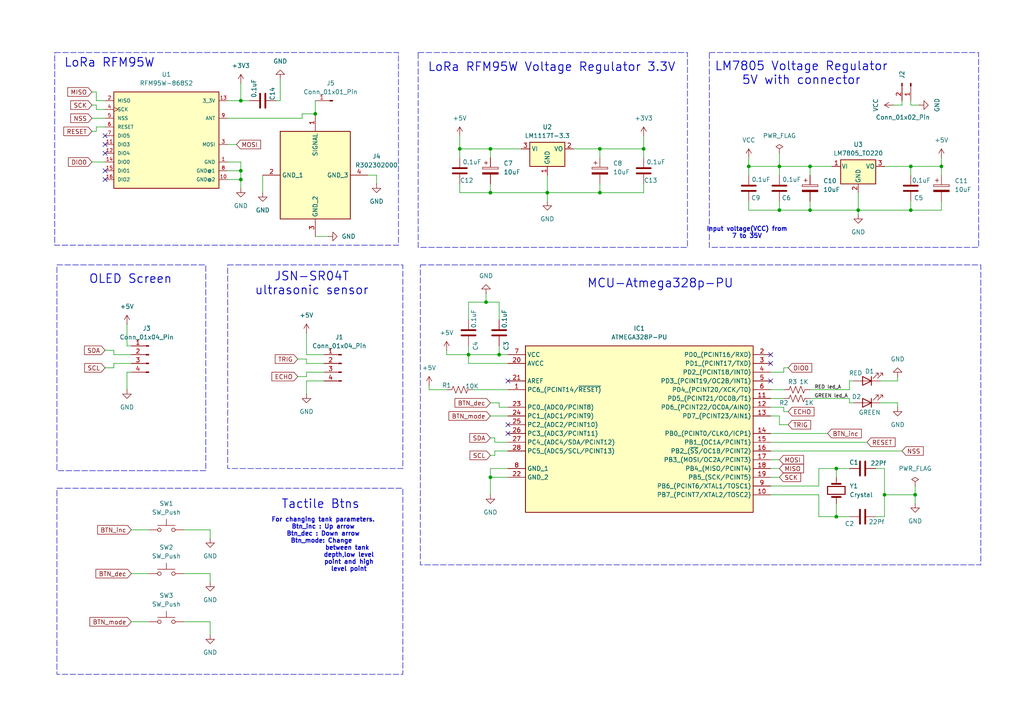
<source format=kicad_sch>
(kicad_sch (version 20250114) (generator "eeschema") (generator_version "9.0")
  (paper "A4")
  (title_block (title "Tank side Control Unit") (date "2025-11-05") (rev "1.0") (company "Axion"))
  (lib_symbols
    (symbol "Connector:Conn_01x01_Pin" (pin_names (offset 1.016) (hide yes))
      (property "Reference" "J" (at 0 2.54 0))
      (property "Value" "Conn_01x01_Pin" (at 0 -2.54 0))
      (symbol "Conn_01x01_Pin_1_1"
        (rectangle (start 0.8636 0.127) (end 0 -0.127) (stroke (width 0.1524)) (fill (type outline)))
        (polyline (pts (xy 1.27 0) (xy 0.8636 0)) (stroke (width 0.1524)))
        (pin passive line (at 5.08 0 180) (length 3.81) (name "Pin_1") (number "1"))
      )
    )
    (symbol "Connector:Conn_01x02_Pin" (pin_names (offset 1.016) (hide yes))
      (property "Reference" "J" (at 0 2.54 0))
      (property "Value" "Conn_01x02_Pin" (at 0 -5.08 0))
      (symbol "Conn_01x02_Pin_1_1"
        (rectangle (start 0.8636 0.127) (end 0 -0.127) (stroke (width 0.1524)) (fill (type outline)))
        (rectangle (start 0.8636 -2.413) (end 0 -2.667) (stroke (width 0.1524)) (fill (type outline)))
        (polyline (pts (xy 1.27 0) (xy 0.8636 0)) (stroke (width 0.1524)))
        (polyline (pts (xy 1.27 -2.54) (xy 0.8636 -2.54)) (stroke (width 0.1524)))
        (pin passive line (at 5.08 0 180) (length 3.81) (name "Pin_1") (number "1"))
        (pin passive line (at 5.08 -2.54 180) (length 3.81) (name "Pin_2") (number "2"))
      )
    )
    (symbol "Connector:Conn_01x04_Pin" (pin_names (offset 1.016) (hide yes))
      (property "Reference" "J" (at 0 5.08 0))
      (property "Value" "Conn_01x04_Pin" (at 0 -7.62 0))
      (symbol "Conn_01x04_Pin_1_1"
        (rectangle (start 0.8636 2.667) (end 0 2.413) (stroke (width 0.1524)) (fill (type outline)))
        (rectangle (start 0.8636 0.127) (end 0 -0.127) (stroke (width 0.1524)) (fill (type outline)))
        (rectangle (start 0.8636 -2.413) (end 0 -2.667) (stroke (width 0.1524)) (fill (type outline)))
        (rectangle (start 0.8636 -4.953) (end 0 -5.207) (stroke (width 0.1524)) (fill (type outline)))
        (polyline (pts (xy 1.27 2.54) (xy 0.8636 2.54)) (stroke (width 0.1524)))
        (polyline (pts (xy 1.27 0) (xy 0.8636 0)) (stroke (width 0.1524)))
        (polyline (pts (xy 1.27 -2.54) (xy 0.8636 -2.54)) (stroke (width 0.1524)))
        (polyline (pts (xy 1.27 -5.08) (xy 0.8636 -5.08)) (stroke (width 0.1524)))
        (pin passive line (at 5.08 2.54 180) (length 3.81) (name "Pin_1") (number "1"))
        (pin passive line (at 5.08 0 180) (length 3.81) (name "Pin_2") (number "2"))
        (pin passive line (at 5.08 -2.54 180) (length 3.81) (name "Pin_3") (number "3"))
        (pin passive line (at 5.08 -5.08 180) (length 3.81) (name "Pin_4") (number "4"))
      )
    )
    (symbol "Device:C" (pin_numbers (hide yes)) (pin_names (offset 0.254))
      (property "Reference" "C" (at 0.635 2.54 0))
      (property "Value" "C" (at 0.635 -2.54 0))
      (symbol "C_0_1"
        (polyline (pts (xy -2.032 0.762) (xy 2.032 0.762)) (stroke (width 0.508)))
        (polyline (pts (xy -2.032 -0.762) (xy 2.032 -0.762)) (stroke (width 0.508)))
      )
      (symbol "C_1_1"
        (pin passive line (at 0 3.81 270) (length 2.794) (name "~") (number "1"))
        (pin passive line (at 0 -3.81 90) (length 2.794) (name "~") (number "2"))
      )
    )
    (symbol "Device:C_Polarized" (pin_numbers (hide yes)) (pin_names (offset 0.254))
      (property "Reference" "C" (at 0.635 2.54 0))
      (property "Value" "C_Polarized" (at 0.635 -2.54 0))
      (symbol "C_Polarized_0_1"
        (rectangle (start -2.286 0.508) (end 2.286 1.016))
        (polyline (pts (xy -1.778 2.286) (xy -0.762 2.286)))
        (polyline (pts (xy -1.27 2.794) (xy -1.27 1.778)))
        (rectangle (start 2.286 -0.508) (end -2.286 -1.016) (fill (type outline)))
      )
      (symbol "C_Polarized_1_1"
        (pin passive line (at 0 3.81 270) (length 2.794) (name "~") (number "1"))
        (pin passive line (at 0 -3.81 90) (length 2.794) (name "~") (number "2"))
      )
    )
    (symbol "Device:Crystal" (pin_numbers (hide yes)) (pin_names (offset 1.016) (hide yes))
      (property "Reference" "Y" (at 0 3.81 0))
      (property "Value" "Crystal" (at 0 -3.81 0))
      (symbol "Crystal_0_1"
        (polyline (pts (xy -2.54 0) (xy -1.905 0)))
        (polyline (pts (xy -1.905 -1.27) (xy -1.905 1.27)) (stroke (width 0.508)))
        (rectangle (start -1.143 2.54) (end 1.143 -2.54) (stroke (width 0.3048)))
        (polyline (pts (xy 1.905 -1.27) (xy 1.905 1.27)) (stroke (width 0.508)))
        (polyline (pts (xy 2.54 0) (xy 1.905 0)))
      )
      (symbol "Crystal_1_1"
        (pin passive line (at -3.81 0 0) (length 1.27) (name "1") (number "1"))
        (pin passive line (at 3.81 0 180) (length 1.27) (name "2") (number "2"))
      )
    )
    (symbol "Device:LED" (pin_numbers (hide yes)) (pin_names (offset 1.016) (hide yes))
      (property "Reference" "D" (at 0 2.54 0))
      (property "Value" "LED" (at 0 -2.54 0))
      (symbol "LED_0_1"
        (polyline (pts (xy -3.048 -0.762) (xy -4.572 -2.286) (xy -3.81 -2.286) (xy -4.572 -2.286) (xy -4.572 -1.524)))
        (polyline (pts (xy -1.778 -0.762) (xy -3.302 -2.286) (xy -2.54 -2.286) (xy -3.302 -2.286) (xy -3.302 -1.524)))
        (polyline (pts (xy -1.27 0) (xy 1.27 0)))
        (polyline (pts (xy -1.27 -1.27) (xy -1.27 1.27)) (stroke (width 0.254)))
        (polyline (pts (xy 1.27 -1.27) (xy 1.27 1.27) (xy -1.27 0) (xy 1.27 -1.27)) (stroke (width 0.254)))
      )
      (symbol "LED_1_1"
        (pin passive line (at -3.81 0 0) (length 2.54) (name "K") (number "1"))
        (pin passive line (at 3.81 0 180) (length 2.54) (name "A") (number "2"))
      )
    )
    (symbol "Device:R_US" (pin_numbers (hide yes)) (pin_names (offset 0))
      (property "Reference" "R" (at 2.54 0 90))
      (property "Value" "R_US" (at -2.54 0 90))
      (symbol "R_US_0_1"
        (polyline (pts (xy 0 2.286) (xy 0 2.54)))
        (polyline (pts (xy 0 2.286) (xy 1.016 1.905) (xy 0 1.524) (xy -1.016 1.143) (xy 0 0.762)))
        (polyline (pts (xy 0 0.762) (xy 1.016 0.381) (xy 0 0) (xy -1.016 -0.381) (xy 0 -0.762)))
        (polyline (pts (xy 0 -0.762) (xy 1.016 -1.143) (xy 0 -1.524) (xy -1.016 -1.905) (xy 0 -2.286)))
        (polyline (pts (xy 0 -2.286) (xy 0 -2.54)))
      )
      (symbol "R_US_1_1"
        (pin passive line (at 0 3.81 270) (length 1.27) (name "~") (number "1"))
        (pin passive line (at 0 -3.81 90) (length 1.27) (name "~") (number "2"))
      )
    )
    (symbol "RFM95W-868S2:RFM95W-868S2" (pin_names (offset 1.016))
      (property "Reference" "U" (at -15.2563 13.9849 0))
      (property "Value" "RFM95W-868S2" (at -15.265 -17.8092 0))
      (symbol "RFM95W-868S2_0_0"
        (rectangle (start -15.24 -15.24) (end 15.24 12.7) (stroke (width 0.254)) (fill (type background)))
        (pin input line (at -17.78 10.16 0) (length 2.54) (name "MISO") (number "2"))
        (pin input clock (at -17.78 7.62 0) (length 2.54) (name "SCK") (number "4"))
        (pin input line (at -17.78 5.08 0) (length 2.54) (name "NSS") (number "5"))
        (pin bidirectional line (at -17.78 2.54 0) (length 2.54) (name "RESET") (number "6"))
        (pin bidirectional line (at -17.78 0 0) (length 2.54) (name "DIO5") (number "7"))
        (pin bidirectional line (at -17.78 -2.54 0) (length 2.54) (name "DIO3") (number "11"))
        (pin bidirectional line (at -17.78 -5.08 0) (length 2.54) (name "DIO4") (number "12"))
        (pin bidirectional line (at -17.78 -7.62 0) (length 2.54) (name "DIO0") (number "14"))
        (pin bidirectional line (at -17.78 -10.16 0) (length 2.54) (name "DIO1") (number "15"))
        (pin bidirectional line (at -17.78 -12.7 0) (length 2.54) (name "DIO2") (number "16"))
        (pin power_in line (at 17.78 10.16 180) (length 2.54) (name "3_3V") (number "13"))
        (pin passive line (at 17.78 5.08 180) (length 2.54) (name "ANT") (number "9"))
        (pin output line (at 17.78 -2.54 180) (length 2.54) (name "MOSI") (number "3"))
        (pin power_in line (at 17.78 -7.62 180) (length 2.54) (name "GND") (number "1"))
        (pin power_in line (at 17.78 -10.16 180) (length 2.54) (name "GND@1") (number "8"))
        (pin power_in line (at 17.78 -12.7 180) (length 2.54) (name "GND@2") (number "10"))
      )
    )
    (symbol "Regulator_Linear:LM1117T-3.3"
      (property "Reference" "U" (at -3.81 3.175 0))
      (property "Value" "LM1117T-3.3" (at 0 3.175 0))
      (symbol "LM1117T-3.3_0_1"
        (rectangle (start -5.08 -5.08) (end 5.08 1.905) (stroke (width 0.254)) (fill (type background)))
      )
      (symbol "LM1117T-3.3_1_1"
        (pin power_in line (at -7.62 0 0) (length 2.54) (name "VI") (number "3"))
        (pin power_in line (at 0 -7.62 90) (length 2.54) (name "GND") (number "1"))
        (pin power_out line (at 7.62 0 180) (length 2.54) (name "VO") (number "2"))
      )
    )
    (symbol "Regulator_Linear:LM7805_TO220" (pin_names (offset 0.254))
      (property "Reference" "U" (at -3.81 3.175 0))
      (property "Value" "LM7805_TO220" (at 0 3.175 0))
      (symbol "LM7805_TO220_0_1"
        (rectangle (start -5.08 1.905) (end 5.08 -5.08) (stroke (width 0.254)) (fill (type background)))
      )
      (symbol "LM7805_TO220_1_1"
        (pin power_in line (at -7.62 0 0) (length 2.54) (name "VI") (number "1"))
        (pin power_in line (at 0 -7.62 90) (length 2.54) (name "GND") (number "2"))
        (pin power_out line (at 7.62 0 180) (length 2.54) (name "VO") (number "3"))
      )
    )
    (symbol "SamacSys_Parts:ATMEGA328P-PU"
      (property "Reference" "IC" (at 72.39 7.62 0))
      (property "Value" "ATMEGA328P-PU" (at 72.39 5.08 0))
      (symbol "ATMEGA328P-PU_1_1"
        (rectangle (start 5.08 2.54) (end 71.12 -45.72) (stroke (width 0.254)) (fill (type background)))
        (pin passive line (at 0 0 0) (length 5.08) (name "VCC") (number "7"))
        (pin passive line (at 0 -2.54 0) (length 5.08) (name "AVCC") (number "20"))
        (pin passive line (at 0 -7.62 0) (length 5.08) (name "AREF") (number "21"))
        (pin passive line (at 0 -10.16 0) (length 5.08) (name "PC6_(PCINT14/~{RESET)}") (number "1"))
        (pin passive line (at 0 -15.24 0) (length 5.08) (name "PC0_(ADC0/PCINT8)") (number "23"))
        (pin passive line (at 0 -17.78 0) (length 5.08) (name "PC1_(ADC1/PCINT9)") (number "24"))
        (pin passive line (at 0 -20.32 0) (length 5.08) (name "PC2_(ADC2/PCINT10)") (number "25"))
        (pin passive line (at 0 -22.86 0) (length 5.08) (name "PC3_(ADC3/PCINT11)") (number "26"))
        (pin passive line (at 0 -25.4 0) (length 5.08) (name "PC4_(ADC4/SDA/PCINT12)") (number "27"))
        (pin passive line (at 0 -27.94 0) (length 5.08) (name "PC5_(ADC5/SCL/PCINT13)") (number "28"))
        (pin passive line (at 0 -33.02 0) (length 5.08) (name "GND_1") (number "8"))
        (pin passive line (at 0 -35.56 0) (length 5.08) (name "GND_2") (number "22"))
        (pin passive line (at 76.2 0 180) (length 5.08) (name "PD0_(PCINT16/RXD)") (number "2"))
        (pin passive line (at 76.2 -2.54 180) (length 5.08) (name "PD1_(PCINT17/TXD)") (number "3"))
        (pin passive line (at 76.2 -5.08 180) (length 5.08) (name "PD2_(PCINT18/INT0)") (number "4"))
        (pin passive line (at 76.2 -7.62 180) (length 5.08) (name "PD3_(PCINT19/OC2B/INT1)") (number "5"))
        (pin passive line (at 76.2 -10.16 180) (length 5.08) (name "PD4_(PCINT20/XCK/T0)") (number "6"))
        (pin passive line (at 76.2 -12.7 180) (length 5.08) (name "PD5_(PCINT21/OC0B/T1)") (number "11"))
        (pin passive line (at 76.2 -15.24 180) (length 5.08) (name "PD6_(PCINT22/OC0A/AIN0)") (number "12"))
        (pin passive line (at 76.2 -17.78 180) (length 5.08) (name "PD7_(PCINT23/AIN1)") (number "13"))
        (pin passive line (at 76.2 -22.86 180) (length 5.08) (name "PB0_(PCINT0/CLKO/ICP1)") (number "14"))
        (pin passive line (at 76.2 -25.4 180) (length 5.08) (name "PB1_(OC1A/PCINT1)") (number "15"))
        (pin passive line (at 76.2 -27.94 180) (length 5.08) (name "PB2_(~{SS}/OC1B/PCINT2)") (number "16"))
        (pin passive line (at 76.2 -30.48 180) (length 5.08) (name "PB3_(MOSI/OC2A/PCINT3)") (number "17"))
        (pin passive line (at 76.2 -33.02 180) (length 5.08) (name "PB4_(MISO/PCINT4)") (number "18"))
        (pin passive line (at 76.2 -35.56 180) (length 5.08) (name "PB5_(SCK/PCINT5)") (number "19"))
        (pin passive line (at 76.2 -38.1 180) (length 5.08) (name "PB6_(PCINT6/XTAL1/TOSC1)") (number "9"))
        (pin passive line (at 76.2 -40.64 180) (length 5.08) (name "PB7_(PCINT7/XTAL2/TOSC2)") (number "10"))
      )
    )
    (symbol "SamacSys_Parts:R302302000"
      (property "Reference" "J" (at 26.67 17.78 0))
      (property "Value" "R302302000" (at 26.67 15.24 0))
      (symbol "R302302000_1_1"
        (rectangle (start 5.08 12.7) (end 25.4 -12.7) (stroke (width 0.254)) (fill (type background)))
        (pin passive line (at 0 0 0) (length 5.08) (name "GND_3") (number "4"))
        (pin passive line (at 15.24 17.78 270) (length 5.08) (name "GND_2") (number "3"))
        (pin passive line (at 15.24 -17.78 90) (length 5.08) (name "SIGNAL") (number "1"))
        (pin passive line (at 30.48 0 180) (length 5.08) (name "GND_1") (number "2"))
      )
    )
    (symbol "Switch:SW_Push" (pin_numbers (hide yes)) (pin_names (offset 1.016) (hide yes))
      (property "Reference" "SW" (at 1.27 2.54 0))
      (property "Value" "SW_Push" (at 0 -1.524 0))
      (symbol "SW_Push_0_1"
        (circle (center -2.032 0) (radius 0.508))
        (polyline (pts (xy 0 1.27) (xy 0 3.048)))
        (circle (center 2.032 0) (radius 0.508))
        (polyline (pts (xy 2.54 1.27) (xy -2.54 1.27)))
        (pin passive line (at -5.08 0 0) (length 2.54) (name "1") (number "1"))
        (pin passive line (at 5.08 0 180) (length 2.54) (name "2") (number "2"))
      )
    )
    (symbol "power:+3V3" (power) (pin_numbers (hide yes)) (pin_names (offset 0) (hide yes))
      (property "Value" "+3V3" (at 0 3.556 0))
      (symbol "+3V3_0_1"
        (polyline (pts (xy -0.762 1.27) (xy 0 2.54)))
        (polyline (pts (xy 0 2.54) (xy 0.762 1.27)))
        (polyline (pts (xy 0 0) (xy 0 2.54)))
      )
      (symbol "+3V3_1_1"
        (pin power_in line (at 0 0 90) (length 0) (name "~") (number "1"))
      )
    )
    (symbol "power:+5V" (power) (pin_numbers (hide yes)) (pin_names (offset 0) (hide yes))
      (property "Value" "+5V" (at 0 3.556 0))
      (symbol "+5V_0_1"
        (polyline (pts (xy -0.762 1.27) (xy 0 2.54)))
        (polyline (pts (xy 0 2.54) (xy 0.762 1.27)))
        (polyline (pts (xy 0 0) (xy 0 2.54)))
      )
      (symbol "+5V_1_1"
        (pin power_in line (at 0 0 90) (length 0) (name "~") (number "1"))
      )
    )
    (symbol "power:GND" (power) (pin_numbers (hide yes)) (pin_names (offset 0) (hide yes))
      (property "Value" "GND" (at 0 -3.81 0))
      (symbol "GND_0_1"
        (polyline (pts (xy 0 0) (xy 0 -1.27) (xy 1.27 -1.27) (xy 0 -2.54) (xy -1.27 -1.27) (xy 0 -1.27)))
      )
      (symbol "GND_1_1"
        (pin power_in line (at 0 0 270) (length 0) (name "~") (number "1"))
      )
    )
    (symbol "power:PWR_FLAG" (power) (pin_numbers (hide yes)) (pin_names (offset 0) (hide yes))
      (property "Value" "PWR_FLAG" (at 0 3.81 0))
      (symbol "PWR_FLAG_0_0"
        (pin power_out line (at 0 0 90) (length 0) (name "~") (number "1"))
      )
      (symbol "PWR_FLAG_0_1"
        (polyline (pts (xy 0 0) (xy 0 1.27) (xy -1.016 1.905) (xy 0 2.54) (xy 1.016 1.905) (xy 0 1.27)))
      )
    )
    (symbol "power:VCC" (power) (pin_numbers (hide yes)) (pin_names (offset 0) (hide yes))
      (property "Value" "VCC" (at 0 3.556 0))
      (symbol "VCC_0_1"
        (polyline (pts (xy -0.762 1.27) (xy 0 2.54)))
        (polyline (pts (xy 0 2.54) (xy 0.762 1.27)))
        (polyline (pts (xy 0 0) (xy 0 2.54)))
      )
      (symbol "VCC_1_1"
        (pin power_in line (at 0 0 90) (length 0) (name "~") (number "1"))
      )
    )
  )
  (rectangle (start 121.92 76.835) (end 284.48 163.83) (stroke (width 0) (type dash)))
  (rectangle (start 121.285 15.24) (end 199.39 71.755) (stroke (width 0) (type dash)))
  (rectangle (start 15.875 15.24) (end 115.57 71.12) (stroke (width 0) (type dash)))
  (rectangle (start 205.74 15.24) (end 283.845 71.755) (stroke (width 0) (type dash)))
  (rectangle (start 16.51 141.605) (end 116.84 195.58) (stroke (width 0) (type dash)))
  (rectangle (start 16.51 76.835) (end 59.69 136.525) (stroke (width 0) (type dash)))
  (rectangle (start 66.04 76.835) (end 116.84 135.89) (stroke (width 0) (type dash)))
  (text "For changing tank parameters.\nBtn_inc : Up arrow\nBtn_dec : Down arrow\nBtn_mode: Change \n			between tank \n			depth,low level\n			point and high\n			level point" (at 93.726 157.988 0) (effects (font (size 1.27 1.27) (thickness 0.254) (bold yes))))
  (text "OLED Screen" (at 37.846 81.026 0) (effects (font (size 2.5 2.5) (thickness 0.254) (bold yes))))
  (text "LoRa RFM95W" (at 31.75 18.288 0) (effects (font (size 2.5 2.5) (thickness 0.254) (bold yes))))
  (text "LoRa RFM95W Voltage Regulator 3.3V" (at 160.02 19.558 0) (effects (font (size 2.5 2.5) (thickness 0.254) (bold yes))))
  (text "Input voltage(VCC) from\n7 to 35V" (at 216.662 67.564 0) (effects (font (size 1.27 1.27) (thickness 0.254) (bold yes))))
  (text "Tactile Btns" (at 92.964 146.304 0) (effects (font (size 2.5 2.5) (thickness 0.254) (bold yes))))
  (text "LM7805 Voltage Regulator\n5V with connector" (at 232.41 21.336 0) (effects (font (size 2.5 2.5) (thickness 0.254) (bold yes))))
  (text "MCU-Atmega328p-PU" (at 191.516 82.296 0) (effects (font (size 2.5 2.5) (thickness 0.254) (bold yes))))
  (text "JSN-SR04T\nultrasonic sensor" (at 90.424 82.296 0) (effects (font (size 2.5 2.5) (thickness 0.254) (bold yes))))
  (junction (at 69.85 29.21))
  (junction (at 91.44 33.02))
  (junction (at 173.99 43.18))
  (junction (at 144.78 102.87))
  (junction (at 273.05 48.26))
  (junction (at 69.85 52.07))
  (junction (at 242.57 149.86))
  (junction (at 248.92 60.96))
  (junction (at 186.69 43.18))
  (junction (at 264.16 60.96))
  (junction (at 142.24 55.88))
  (junction (at 226.06 60.96))
  (junction (at 234.95 48.26))
  (junction (at 133.35 43.18))
  (junction (at 140.97 87.63))
  (junction (at 69.85 49.53))
  (junction (at 264.16 48.26))
  (junction (at 256.54 143.51))
  (junction (at 226.06 48.26))
  (junction (at 265.43 143.51))
  (junction (at 142.24 43.18))
  (junction (at 135.89 102.87))
  (junction (at 234.95 60.96))
  (junction (at 158.75 55.88))
  (junction (at 242.57 135.89))
  (junction (at 173.99 55.88))
  (junction (at 217.17 48.26))
  (junction (at 142.24 138.43))
  (no_connect (at 30.48 52.07))
  (no_connect (at 30.48 41.91))
  (no_connect (at 30.48 44.45))
  (no_connect (at 147.32 125.73))
  (no_connect (at 223.52 110.49))
  (no_connect (at 147.32 123.19))
  (no_connect (at 223.52 105.41))
  (no_connect (at 30.48 49.53))
  (no_connect (at 147.32 110.49))
  (no_connect (at 223.52 102.87))
  (no_connect (at 30.48 39.37))
  (wire (pts (xy 223.52 143.51) (xy 237.49 143.51)))
  (wire (pts (xy 166.37 43.18) (xy 173.99 43.18)))
  (wire (pts (xy 106.68 50.8) (xy 109.22 50.8)))
  (wire (pts (xy 88.9 107.95) (xy 93.98 107.95)))
  (wire (pts (xy 26.67 30.48) (xy 27.94 30.48)))
  (wire (pts (xy 133.35 55.88) (xy 142.24 55.88)))
  (wire (pts (xy 223.52 125.73) (xy 240.03 125.73)))
  (wire (pts (xy 255.27 110.49) (xy 260.35 110.49)))
  (wire (pts (xy 158.75 50.8) (xy 158.75 55.88)))
  (wire (pts (xy 88.9 105.41) (xy 93.98 105.41)))
  (wire (pts (xy 223.52 140.97) (xy 237.49 140.97)))
  (wire (pts (xy 142.24 45.72) (xy 142.24 43.18)))
  (wire (pts (xy 273.05 50.8) (xy 273.05 48.26)))
  (wire (pts (xy 147.32 135.89) (xy 142.24 135.89)))
  (wire (pts (xy 144.78 116.84) (xy 144.78 118.11)))
  (wire (pts (xy 143.51 130.81) (xy 147.32 130.81)))
  (wire (pts (xy 129.54 102.87) (xy 135.89 102.87)))
  (wire (pts (xy 173.99 43.18) (xy 173.99 45.72)))
  (wire (pts (xy 69.85 49.53) (xy 69.85 52.07)))
  (wire (pts (xy 248.92 60.96) (xy 264.16 60.96)))
  (wire (pts (xy 256.54 149.86) (xy 254 149.86)))
  (wire (pts (xy 264.16 60.96) (xy 273.05 60.96)))
  (wire (pts (xy 87.63 33.02) (xy 91.44 33.02)))
  (wire (pts (xy 260.35 110.49) (xy 260.35 109.22)))
  (wire (pts (xy 69.85 29.21) (xy 72.39 29.21)))
  (wire (pts (xy 69.85 29.21) (xy 66.04 29.21)))
  (wire (pts (xy 53.34 166.37) (xy 60.96 166.37)))
  (wire (pts (xy 88.9 110.49) (xy 88.9 114.3)))
  (wire (pts (xy 246.38 115.57) (xy 246.38 116.84)))
  (wire (pts (xy 86.36 104.14) (xy 88.9 104.14)))
  (wire (pts (xy 223.52 128.27) (xy 251.46 128.27)))
  (wire (pts (xy 27.94 30.48) (xy 27.94 31.75)))
  (wire (pts (xy 143.51 127) (xy 143.51 128.27)))
  (wire (pts (xy 142.24 116.84) (xy 144.78 116.84)))
  (wire (pts (xy 217.17 50.8) (xy 217.17 48.26)))
  (wire (pts (xy 66.04 41.91) (xy 68.58 41.91)))
  (wire (pts (xy 69.85 24.13) (xy 69.85 29.21)))
  (wire (pts (xy 142.24 43.18) (xy 151.13 43.18)))
  (wire (pts (xy 227.33 107.95) (xy 223.52 107.95)))
  (wire (pts (xy 237.49 149.86) (xy 242.57 149.86)))
  (wire (pts (xy 186.69 55.88) (xy 173.99 55.88)))
  (wire (pts (xy 27.94 31.75) (xy 30.48 31.75)))
  (wire (pts (xy 133.35 53.34) (xy 133.35 55.88)))
  (wire (pts (xy 226.06 120.65) (xy 226.06 123.19)))
  (wire (pts (xy 248.92 60.96) (xy 248.92 62.23)))
  (wire (pts (xy 264.16 29.21) (xy 264.16 30.48)))
  (wire (pts (xy 226.06 123.19) (xy 228.6 123.19)))
  (wire (pts (xy 264.16 60.96) (xy 264.16 58.42)))
  (wire (pts (xy 53.34 180.34) (xy 60.96 180.34)))
  (wire (pts (xy 33.02 105.41) (xy 38.1 105.41)))
  (wire (pts (xy 88.9 109.22) (xy 88.9 107.95)))
  (wire (pts (xy 186.69 53.34) (xy 186.69 55.88)))
  (wire (pts (xy 265.43 146.05) (xy 265.43 143.51)))
  (wire (pts (xy 144.78 100.33) (xy 144.78 102.87)))
  (wire (pts (xy 30.48 101.6) (xy 33.02 101.6)))
  (wire (pts (xy 242.57 135.89) (xy 246.38 135.89)))
  (wire (pts (xy 255.27 116.84) (xy 260.35 116.84)))
  (wire (pts (xy 135.89 102.87) (xy 144.78 102.87)))
  (wire (pts (xy 227.33 118.11) (xy 227.33 119.38)))
  (wire (pts (xy 142.24 135.89) (xy 142.24 138.43)))
  (wire (pts (xy 38.1 107.95) (xy 36.83 107.95)))
  (wire (pts (xy 81.28 29.21) (xy 80.01 29.21)))
  (wire (pts (xy 38.1 166.37) (xy 43.18 166.37)))
  (wire (pts (xy 142.24 120.65) (xy 147.32 120.65)))
  (wire (pts (xy 135.89 92.71) (xy 135.89 87.63)))
  (wire (pts (xy 26.67 46.99) (xy 30.48 46.99)))
  (wire (pts (xy 158.75 55.88) (xy 158.75 58.42)))
  (wire (pts (xy 234.95 60.96) (xy 248.92 60.96)))
  (wire (pts (xy 226.06 48.26) (xy 226.06 50.8)))
  (wire (pts (xy 93.98 110.49) (xy 88.9 110.49)))
  (wire (pts (xy 26.67 34.29) (xy 30.48 34.29)))
  (wire (pts (xy 26.67 38.1) (xy 27.94 38.1)))
  (wire (pts (xy 66.04 52.07) (xy 69.85 52.07)))
  (wire (pts (xy 33.02 106.68) (xy 33.02 105.41)))
  (wire (pts (xy 273.05 45.72) (xy 273.05 48.26)))
  (wire (pts (xy 237.49 135.89) (xy 242.57 135.89)))
  (wire (pts (xy 223.52 118.11) (xy 227.33 118.11)))
  (wire (pts (xy 234.95 113.03) (xy 246.38 113.03)))
  (wire (pts (xy 140.97 85.09) (xy 140.97 87.63)))
  (wire (pts (xy 260.35 116.84) (xy 260.35 118.11)))
  (wire (pts (xy 142.24 138.43) (xy 147.32 138.43)))
  (wire (pts (xy 256.54 135.89) (xy 256.54 143.51)))
  (wire (pts (xy 142.24 53.34) (xy 142.24 55.88)))
  (wire (pts (xy 248.92 55.88) (xy 248.92 60.96)))
  (wire (pts (xy 256.54 48.26) (xy 264.16 48.26)))
  (wire (pts (xy 242.57 146.05) (xy 242.57 149.86)))
  (wire (pts (xy 60.96 180.34) (xy 60.96 184.15)))
  (wire (pts (xy 124.46 111.76) (xy 124.46 113.03)))
  (wire (pts (xy 234.95 58.42) (xy 234.95 60.96)))
  (wire (pts (xy 60.96 166.37) (xy 60.96 168.91)))
  (wire (pts (xy 87.63 34.29) (xy 87.63 33.02)))
  (wire (pts (xy 36.83 107.95) (xy 36.83 113.03)))
  (wire (pts (xy 142.24 127) (xy 143.51 127)))
  (wire (pts (xy 223.52 130.81) (xy 261.62 130.81)))
  (wire (pts (xy 88.9 102.87) (xy 88.9 96.52)))
  (wire (pts (xy 256.54 143.51) (xy 256.54 149.86)))
  (wire (pts (xy 88.9 104.14) (xy 88.9 105.41)))
  (wire (pts (xy 135.89 100.33) (xy 135.89 102.87)))
  (wire (pts (xy 223.52 113.03) (xy 227.33 113.03)))
  (wire (pts (xy 223.52 138.43) (xy 226.06 138.43)))
  (wire (pts (xy 186.69 39.37) (xy 186.69 43.18)))
  (wire (pts (xy 261.62 30.48) (xy 261.62 29.21)))
  (wire (pts (xy 227.33 119.38) (xy 228.6 119.38)))
  (wire (pts (xy 142.24 132.08) (xy 143.51 132.08)))
  (wire (pts (xy 234.95 115.57) (xy 246.38 115.57)))
  (wire (pts (xy 173.99 55.88) (xy 173.99 53.34)))
  (wire (pts (xy 33.02 101.6) (xy 33.02 102.87)))
  (wire (pts (xy 109.22 50.8) (xy 109.22 53.34)))
  (wire (pts (xy 242.57 135.89) (xy 242.57 138.43)))
  (wire (pts (xy 66.04 34.29) (xy 87.63 34.29)))
  (wire (pts (xy 142.24 55.88) (xy 158.75 55.88)))
  (wire (pts (xy 237.49 143.51) (xy 237.49 149.86)))
  (wire (pts (xy 60.96 153.67) (xy 60.96 156.21)))
  (wire (pts (xy 234.95 48.26) (xy 226.06 48.26)))
  (wire (pts (xy 93.98 102.87) (xy 88.9 102.87)))
  (wire (pts (xy 144.78 118.11) (xy 147.32 118.11)))
  (wire (pts (xy 143.51 128.27) (xy 147.32 128.27)))
  (wire (pts (xy 273.05 48.26) (xy 264.16 48.26)))
  (wire (pts (xy 38.1 153.67) (xy 43.18 153.67)))
  (wire (pts (xy 217.17 48.26) (xy 226.06 48.26)))
  (wire (pts (xy 135.89 102.87) (xy 135.89 105.41)))
  (wire (pts (xy 241.3 48.26) (xy 234.95 48.26)))
  (wire (pts (xy 36.83 93.98) (xy 36.83 100.33)))
  (wire (pts (xy 91.44 29.21) (xy 91.44 33.02)))
  (wire (pts (xy 217.17 58.42) (xy 217.17 60.96)))
  (wire (pts (xy 226.06 60.96) (xy 234.95 60.96)))
  (wire (pts (xy 226.06 44.45) (xy 226.06 48.26)))
  (wire (pts (xy 144.78 102.87) (xy 147.32 102.87)))
  (wire (pts (xy 135.89 105.41) (xy 147.32 105.41)))
  (wire (pts (xy 76.2 50.8) (xy 76.2 55.88)))
  (wire (pts (xy 144.78 87.63) (xy 144.78 92.71)))
  (wire (pts (xy 273.05 58.42) (xy 273.05 60.96)))
  (wire (pts (xy 227.33 106.68) (xy 227.33 107.95)))
  (wire (pts (xy 246.38 110.49) (xy 247.65 110.49)))
  (wire (pts (xy 223.52 115.57) (xy 227.33 115.57)))
  (wire (pts (xy 228.6 106.68) (xy 227.33 106.68)))
  (wire (pts (xy 26.67 26.67) (xy 27.94 26.67)))
  (wire (pts (xy 27.94 36.83) (xy 30.48 36.83)))
  (wire (pts (xy 223.52 135.89) (xy 226.06 135.89)))
  (wire (pts (xy 186.69 45.72) (xy 186.69 43.18)))
  (wire (pts (xy 234.95 48.26) (xy 234.95 50.8)))
  (wire (pts (xy 27.94 38.1) (xy 27.94 36.83)))
  (wire (pts (xy 223.52 133.35) (xy 226.06 133.35)))
  (wire (pts (xy 30.48 106.68) (xy 33.02 106.68)))
  (wire (pts (xy 246.38 116.84) (xy 247.65 116.84)))
  (wire (pts (xy 81.28 22.86) (xy 81.28 29.21)))
  (wire (pts (xy 254 135.89) (xy 256.54 135.89)))
  (wire (pts (xy 27.94 29.21) (xy 30.48 29.21)))
  (wire (pts (xy 142.24 138.43) (xy 142.24 143.51)))
  (wire (pts (xy 237.49 140.97) (xy 237.49 135.89)))
  (wire (pts (xy 158.75 55.88) (xy 173.99 55.88)))
  (wire (pts (xy 223.52 120.65) (xy 226.06 120.65)))
  (wire (pts (xy 265.43 140.97) (xy 265.43 143.51)))
  (wire (pts (xy 137.16 113.03) (xy 147.32 113.03)))
  (wire (pts (xy 143.51 132.08) (xy 143.51 130.81)))
  (wire (pts (xy 129.54 101.6) (xy 129.54 102.87)))
  (wire (pts (xy 38.1 180.34) (xy 43.18 180.34)))
  (wire (pts (xy 69.85 52.07) (xy 69.85 54.61)))
  (wire (pts (xy 265.43 143.51) (xy 256.54 143.51)))
  (wire (pts (xy 53.34 153.67) (xy 60.96 153.67)))
  (wire (pts (xy 242.57 149.86) (xy 246.38 149.86)))
  (wire (pts (xy 264.16 48.26) (xy 264.16 50.8)))
  (wire (pts (xy 135.89 87.63) (xy 140.97 87.63)))
  (wire (pts (xy 69.85 46.99) (xy 69.85 49.53)))
  (wire (pts (xy 124.46 113.03) (xy 129.54 113.03)))
  (wire (pts (xy 217.17 45.72) (xy 217.17 48.26)))
  (wire (pts (xy 66.04 46.99) (xy 69.85 46.99)))
  (wire (pts (xy 133.35 39.37) (xy 133.35 43.18)))
  (wire (pts (xy 186.69 43.18) (xy 173.99 43.18)))
  (wire (pts (xy 133.35 43.18) (xy 142.24 43.18)))
  (wire (pts (xy 264.16 30.48) (xy 266.7 30.48)))
  (wire (pts (xy 33.02 102.87) (xy 38.1 102.87)))
  (wire (pts (xy 86.36 109.22) (xy 88.9 109.22)))
  (wire (pts (xy 246.38 113.03) (xy 246.38 110.49)))
  (wire (pts (xy 91.44 68.58) (xy 95.25 68.58)))
  (wire (pts (xy 226.06 58.42) (xy 226.06 60.96)))
  (wire (pts (xy 140.97 87.63) (xy 144.78 87.63)))
  (wire (pts (xy 133.35 45.72) (xy 133.35 43.18)))
  (wire (pts (xy 27.94 26.67) (xy 27.94 29.21)))
  (wire (pts (xy 217.17 60.96) (xy 226.06 60.96)))
  (wire (pts (xy 36.83 100.33) (xy 38.1 100.33)))
  (wire (pts (xy 259.08 30.48) (xy 261.62 30.48)))
  (wire (pts (xy 66.04 49.53) (xy 69.85 49.53)))
  (label "GREEN led_A" (at 236.22 115.57 0) (effects (font (size 1 1))))
  (label "RED led_A" (at 236.22 113.03 0) (effects (font (size 1 1))))
  (global_label "ECHO" (shape input) (at 86.36 109.22 180) (property "Intersheetrefs" "${INTERSHEET_REFS}" (effects (hide yes))))
  (global_label "MISO" (shape input) (at 26.67 26.67 180) (property "Intersheetrefs" "${INTERSHEET_REFS}" (effects (hide yes))))
  (global_label "NSS" (shape input) (at 26.67 34.29 180) (property "Intersheetrefs" "${INTERSHEET_REFS}" (effects (hide yes))))
  (global_label "BTN_mode" (shape input) (at 142.24 120.65 180) (property "Intersheetrefs" "${INTERSHEET_REFS}" (effects (hide yes))))
  (global_label "SCK" (shape input) (at 26.67 30.48 180) (property "Intersheetrefs" "${INTERSHEET_REFS}" (effects (hide yes))))
  (global_label "TRIG" (shape input) (at 86.36 104.14 180) (property "Intersheetrefs" "${INTERSHEET_REFS}" (effects (hide yes))))
  (global_label "RESET" (shape input) (at 26.67 38.1 180) (property "Intersheetrefs" "${INTERSHEET_REFS}" (effects (hide yes))))
  (global_label "MOSI" (shape input) (at 68.58 41.91 0) (property "Intersheetrefs" "${INTERSHEET_REFS}" (effects (hide yes))))
  (global_label "SCL" (shape input) (at 142.24 132.08 180) (property "Intersheetrefs" "${INTERSHEET_REFS}" (effects (hide yes))))
  (global_label "SCL" (shape input) (at 30.48 106.68 180) (property "Intersheetrefs" "${INTERSHEET_REFS}" (effects (hide yes))))
  (global_label "DIO0" (shape input) (at 26.67 46.99 180) (property "Intersheetrefs" "${INTERSHEET_REFS}" (effects (hide yes))))
  (global_label "BTN_dec" (shape input) (at 142.24 116.84 180) (property "Intersheetrefs" "${INTERSHEET_REFS}" (effects (hide yes))))
  (global_label "SCK" (shape input) (at 226.06 138.43 0) (property "Intersheetrefs" "${INTERSHEET_REFS}" (effects (hide yes))))
  (global_label "BTN_dec" (shape input) (at 38.1 166.37 180) (property "Intersheetrefs" "${INTERSHEET_REFS}" (effects (hide yes))))
  (global_label "SDA" (shape input) (at 142.24 127 180) (property "Intersheetrefs" "${INTERSHEET_REFS}" (effects (hide yes))))
  (global_label "MISO" (shape input) (at 226.06 135.89 0) (property "Intersheetrefs" "${INTERSHEET_REFS}" (effects (hide yes))))
  (global_label "DIO0" (shape input) (at 228.6 106.68 0) (property "Intersheetrefs" "${INTERSHEET_REFS}" (effects (hide yes))))
  (global_label "RESET" (shape input) (at 251.46 128.27 0) (property "Intersheetrefs" "${INTERSHEET_REFS}" (effects (hide yes))))
  (global_label "BTN_mode" (shape input) (at 38.1 180.34 180) (property "Intersheetrefs" "${INTERSHEET_REFS}" (effects (hide yes))))
  (global_label "ECHO" (shape input) (at 228.6 119.38 0) (property "Intersheetrefs" "${INTERSHEET_REFS}" (effects (hide yes))))
  (global_label "TRIG" (shape input) (at 228.6 123.19 0) (property "Intersheetrefs" "${INTERSHEET_REFS}" (effects (hide yes))))
  (global_label "BTN_inc" (shape input) (at 240.03 125.73 0) (property "Intersheetrefs" "${INTERSHEET_REFS}" (effects (hide yes))))
  (global_label "MOSI" (shape input) (at 226.06 133.35 0) (property "Intersheetrefs" "${INTERSHEET_REFS}" (effects (hide yes))))
  (global_label "BTN_inc" (shape input) (at 38.1 153.67 180) (property "Intersheetrefs" "${INTERSHEET_REFS}" (effects (hide yes))))
  (global_label "SDA" (shape input) (at 30.48 101.6 180) (property "Intersheetrefs" "${INTERSHEET_REFS}" (effects (hide yes))))
  (global_label "NSS" (shape input) (at 261.62 130.81 0) (property "Intersheetrefs" "${INTERSHEET_REFS}" (effects (hide yes))))
  (symbol (lib_id "Device:R_US") (at 231.14 115.57 90) (unit 1)
    (property "Reference" "R2" (at 227.33 116.84 90))
    (property "Value" "1K" (at 234.696 116.84 90))
    (property "Footprint" "Resistor_THT:R_Axial_DIN0204_L3.6mm_D1.6mm_P5.08mm_Horizontal" (effects (hide yes)))
    (property "Description" "Resistor, US symbol" (effects (hide yes)))
  )
  (symbol (lib_id "Device:LED") (at 251.46 116.84 180) (unit 1)
    (property "Reference" "D2" (at 248.412 115.062 0))
    (property "Value" "GREEN" (at 252.222 119.634 0))
    (property "Footprint" "LED_THT:LED_D3.0mm" (effects (hide yes)))
    (property "Description" "Light emitting diode" (effects (hide yes)))
    (property "Sim.Pins" "1=K 2=A" (effects (hide yes)))
  )
  (symbol (lib_id "Device:C") (at 135.89 96.52 180) (unit 1)
    (property "Reference" "C4" (at 137.922 100.33 90))
    (property "Value" "0.1uF" (at 137.414 92.456 90))
    (property "Footprint" "Capacitor_THT:C_Disc_D4.3mm_W1.9mm_P5.00mm" (effects (hide yes)))
    (property "Description" "Unpolarized capacitor" (effects (hide yes)))
  )
  (symbol (lib_id "power:GND") (at 60.96 168.91 0) (unit 1)
    (property "Reference" "#PWR022" (effects (hide yes)))
    (property "Value" "GND" (at 60.96 173.99 0))
    (property "Description" "Power symbol creates a global label with name \"GND\" , ground" (effects (hide yes)))
  )
  (symbol (lib_id "Connector:Conn_01x04_Pin") (at 99.06 105.41 0) (mirror y) (unit 1)
    (property "Reference" "J1" (at 98.425 97.79 0))
    (property "Value" "Conn_01x04_Pin" (at 98.425 100.33 0))
    (property "Footprint" "Connector_PinHeader_2.54mm:PinHeader_1x04_P2.54mm_Vertical" (effects (hide yes)))
    (property "Description" "Generic connector, single row, 01x04, script generated" (effects (hide yes)))
  )
  (symbol (lib_id "power:GND") (at 60.96 184.15 0) (unit 1)
    (property "Reference" "#PWR023" (effects (hide yes)))
    (property "Value" "GND" (at 60.96 189.23 0))
    (property "Description" "Power symbol creates a global label with name \"GND\" , ground" (effects (hide yes)))
  )
  (symbol (lib_id "Device:C") (at 217.17 54.61 180) (unit 1)
    (property "Reference" "C9" (at 219.202 57.404 0))
    (property "Value" "0.1uF" (at 220.726 52.07 0))
    (property "Footprint" "Capacitor_THT:C_Disc_D4.3mm_W1.9mm_P5.00mm" (effects (hide yes)))
    (property "Description" "Unpolarized capacitor" (effects (hide yes)))
  )
  (symbol (lib_id "power:GND") (at 142.24 143.51 0) (unit 1)
    (property "Reference" "#PWR03" (effects (hide yes)))
    (property "Value" "GND" (at 142.24 148.59 0))
    (property "Description" "Power symbol creates a global label with name \"GND\" , ground" (effects (hide yes)))
  )
  (symbol (lib_id "power:GND") (at 260.35 118.11 0) (unit 1)
    (property "Reference" "#PWR018" (effects (hide yes)))
    (property "Value" "GND" (at 260.35 123.19 0))
    (property "Description" "Power symbol creates a global label with name \"GND\" , ground" (effects (hide yes)))
  )
  (symbol (lib_id "Connector:Conn_01x01_Pin") (at 96.52 29.21 180) (unit 1)
    (property "Reference" "J5" (at 95.885 24.13 0))
    (property "Value" "Conn_01x01_Pin" (at 95.885 26.67 0))
    (property "Footprint" "Connector_PinHeader_2.54mm:PinHeader_1x01_P2.54mm_Vertical" (effects (hide yes)))
    (property "Description" "Generic connector, single row, 01x01, script generated" (effects (hide yes)))
  )
  (symbol (lib_id "power:GND") (at 266.7 30.48 90) (unit 1)
    (property "Reference" "#PWR011" (effects (hide yes)))
    (property "Value" "GND" (at 271.78 30.48 0))
    (property "Description" "Power symbol creates a global label with name \"GND\" , ground" (effects (hide yes)))
  )
  (symbol (lib_id "power:GND") (at 95.25 68.58 90) (unit 1)
    (property "Reference" "#PWR027" (effects (hide yes)))
    (property "Value" "GND" (at 99.06 68.5799 90) (effects (justify right)))
    (property "Description" "Power symbol creates a global label with name \"GND\" , ground" (effects (hide yes)))
  )
  (symbol (lib_id "Device:Crystal") (at 242.57 142.24 90) (unit 1)
    (property "Reference" "Y1" (at 246.38 140.9699 90) (effects (justify right)))
    (property "Value" "Crystal" (at 246.38 143.5099 90) (effects (justify right)))
    (property "Footprint" "Crystal:Crystal_HC49-4H_Vertical" (effects (hide yes)))
    (property "Description" "Two pin crystal" (effects (hide yes)))
  )
  (symbol (lib_id "power:GND") (at 76.2 55.88 0) (unit 1)
    (property "Reference" "#PWR026" (effects (hide yes)))
    (property "Value" "GND" (at 76.2 60.96 0))
    (property "Description" "Power symbol creates a global label with name \"GND\" , ground" (effects (hide yes)))
  )
  (symbol (lib_id "Switch:SW_Push") (at 48.26 166.37 0) (unit 1)
    (property "Reference" "SW2" (at 48.26 158.75 0))
    (property "Value" "SW_Push" (at 48.26 161.29 0))
    (property "Footprint" "Button_Switch_THT:SW_PUSH_6mm_H5mm" (effects (hide yes)))
    (property "Description" "Push button switch, generic, two pins" (effects (hide yes)))
  )
  (symbol (lib_id "power:GND") (at 81.28 22.86 180) (unit 1)
    (property "Reference" "#PWR016" (effects (hide yes)))
    (property "Value" "GND" (at 81.28 17.78 0))
    (property "Description" "Power symbol creates a global label with name \"GND\" , ground" (effects (hide yes)))
  )
  (symbol (lib_id "power:+5V") (at 273.05 45.72 0) (unit 1)
    (property "Reference" "#PWR08" (effects (hide yes)))
    (property "Value" "+5V" (at 273.05 40.64 0))
    (property "Description" "Power symbol creates a global label with name \"+5V\"" (effects (hide yes)))
  )
  (symbol (lib_id "Device:C") (at 264.16 54.61 180) (unit 1)
    (property "Reference" "C5" (at 266.446 57.404 0))
    (property "Value" "0.1uF" (at 267.208 52.324 0))
    (property "Footprint" "Capacitor_THT:C_Disc_D4.3mm_W1.9mm_P5.00mm" (effects (hide yes)))
    (property "Description" "Unpolarized capacitor" (effects (hide yes)))
  )
  (symbol (lib_id "Connector:Conn_01x04_Pin") (at 43.18 102.87 0) (mirror y) (unit 1)
    (property "Reference" "J3" (at 42.545 95.25 0))
    (property "Value" "Conn_01x04_Pin" (at 42.545 97.79 0))
    (property "Footprint" "Connector_PinHeader_2.54mm:PinHeader_1x04_P2.54mm_Vertical" (effects (hide yes)))
    (property "Description" "Generic connector, single row, 01x04, script generated" (effects (hide yes)))
  )
  (symbol (lib_id "power:GND") (at 158.75 58.42 0) (unit 1)
    (property "Reference" "#PWR012" (effects (hide yes)))
    (property "Value" "GND" (at 158.75 63.5 0))
    (property "Description" "Power symbol creates a global label with name \"GND\" , ground" (effects (hide yes)))
  )
  (symbol (lib_id "Device:C") (at 186.69 49.53 180) (unit 1)
    (property "Reference" "C13" (at 188.722 52.324 0))
    (property "Value" "0.1uF" (at 190.246 46.99 0))
    (property "Footprint" "Capacitor_THT:C_Disc_D4.3mm_W1.9mm_P5.00mm" (effects (hide yes)))
    (property "Description" "Unpolarized capacitor" (effects (hide yes)))
  )
  (symbol (lib_id "RFM95W-868S2:RFM95W-868S2") (at 48.26 39.37 0) (unit 1)
    (property "Reference" "U1" (at 48.26 21.59 0))
    (property "Value" "RFM95W-868S2" (at 48.26 24.13 0))
    (property "Footprint" "custom_footprints:XCVR_RFM95W-868S2" (effects (hide yes)))
    (property "MANUFACTURER" "RF Solution" (effects (hide yes)))
  )
  (symbol (lib_id "SamacSys_Parts:R302302000") (at 106.68 50.8 180) (unit 1)
    (property "Reference" "J4" (at 109.22 45.3546 0))
    (property "Value" "R302302000" (at 109.22 47.8946 0))
    (property "Footprint" "custom_footprints:R302302000" (effects (hide yes)))
    (property "Description" "Radiall Straight Miniature 50 PCB Mount MML Connector, Receptacle, Solder Termination Coaxial" (effects (hide yes)))
    (property "Height" "1.3" (effects (hide yes)))
    (property "Mouser Part Number" "501-R302302000" (effects (hide yes)))
    (property "Mouser Price/Stock" "https://www.mouser.co.uk/ProductDetail/Radiall/R302302000?qs=exnfk7tZe0CGdr6F0gpmAA%3D%3D" (effects (hide yes)))
    (property "Manufacturer_Name" "Radiall" (effects (hide yes)))
    (property "Manufacturer_Part_Number" "R302302000" (effects (hide yes)))
  )
  (symbol (lib_id "power:+5V") (at 129.54 101.6 0) (unit 1)
    (property "Reference" "#PWR01" (effects (hide yes)))
    (property "Value" "+5V" (at 129.54 96.52 0))
    (property "Description" "Power symbol creates a global label with name \"+5V\"" (effects (hide yes)))
  )
  (symbol (lib_id "power:+5V") (at 36.83 93.98 0) (unit 1)
    (property "Reference" "#PWR024" (effects (hide yes)))
    (property "Value" "+5V" (at 36.83 88.9 0))
    (property "Description" "Power symbol creates a global label with name \"+5V\"" (effects (hide yes)))
  )
  (symbol (lib_id "power:PWR_FLAG") (at 265.43 140.97 0) (unit 1)
    (property "Reference" "#FLG02" (effects (hide yes)))
    (property "Value" "PWR_FLAG" (at 265.43 135.89 0))
    (property "Description" "Special symbol for telling ERC where power comes from" (effects (hide yes)))
  )
  (symbol (lib_id "power:+3V3") (at 69.85 24.13 0) (unit 1)
    (property "Reference" "#PWR014" (effects (hide yes)))
    (property "Value" "+3V3" (at 69.85 19.05 0))
    (property "Description" "Power symbol creates a global label with name \"+3V3\"" (effects (hide yes)))
  )
  (symbol (lib_id "Device:C") (at 76.2 29.21 270) (unit 1)
    (property "Reference" "C14" (at 78.994 27.178 0))
    (property "Value" "0.1uF" (at 73.66 25.654 0))
    (property "Footprint" "Capacitor_THT:C_Disc_D4.3mm_W1.9mm_P5.00mm" (effects (hide yes)))
    (property "Description" "Unpolarized capacitor" (effects (hide yes)))
  )
  (symbol (lib_id "power:GND") (at 109.22 53.34 0) (unit 1)
    (property "Reference" "#PWR028" (effects (hide yes)))
    (property "Value" "GND" (at 109.22 58.42 0))
    (property "Description" "Power symbol creates a global label with name \"GND\" , ground" (effects (hide yes)))
  )
  (symbol (lib_id "Device:C_Polarized") (at 234.95 54.61 0) (unit 1)
    (property "Reference" "C10" (at 238.76 52.4509 0) (effects (justify left)))
    (property "Value" "10uF" (at 238.76 54.9909 0) (effects (justify left)))
    (property "Footprint" "Capacitor_THT:CP_Radial_D4.0mm_P1.50mm" (effects (hide yes)))
    (property "Description" "Polarized capacitor" (effects (hide yes)))
  )
  (symbol (lib_id "Device:C_Polarized") (at 173.99 49.53 0) (unit 1)
    (property "Reference" "C8" (at 177.8 47.3709 0) (effects (justify left)))
    (property "Value" "10uF" (at 177.8 49.9109 0) (effects (justify left)))
    (property "Footprint" "Capacitor_THT:CP_Radial_D4.0mm_P1.50mm" (effects (hide yes)))
    (property "Description" "Polarized capacitor" (effects (hide yes)))
  )
  (symbol (lib_id "power:+5V") (at 133.35 39.37 0) (unit 1)
    (property "Reference" "#PWR013" (effects (hide yes)))
    (property "Value" "+5V" (at 133.35 34.29 0))
    (property "Description" "Power symbol creates a global label with name \"+5V\"" (effects (hide yes)))
  )
  (symbol (lib_id "power:+5V") (at 88.9 96.52 0) (unit 1)
    (property "Reference" "#PWR019" (effects (hide yes)))
    (property "Value" "+5V" (at 88.9 91.44 0))
    (property "Description" "Power symbol creates a global label with name \"+5V\"" (effects (hide yes)))
  )
  (symbol (lib_id "Connector:Conn_01x02_Pin") (at 264.16 24.13 270) (unit 1)
    (property "Reference" "J2" (at 261.6199 22.86 0) (effects (justify right)))
    (property "Value" "Conn_01x02_Pin" (at 269.748 34.036 90) (effects (justify right)))
    (property "Footprint" "PCM_SparkFun-Connector:ScrewTerminal_1x02_P3.5mm_Blue" (effects (hide yes)))
    (property "Description" "Generic connector, single row, 01x02, script generated" (effects (hide yes)))
  )
  (symbol (lib_id "Device:R_US") (at 133.35 113.03 90) (unit 1)
    (property "Reference" "R1" (at 129.54 111.76 90))
    (property "Value" "10K" (at 136.906 112.014 90))
    (property "Footprint" "Resistor_THT:R_Axial_DIN0204_L3.6mm_D1.6mm_P5.08mm_Horizontal" (effects (hide yes)))
    (property "Description" "Resistor, US symbol" (effects (hide yes)))
  )
  (symbol (lib_id "Regulator_Linear:LM7805_TO220") (at 248.92 48.26 0) (unit 1)
    (property "Reference" "U3" (at 248.92 41.91 0))
    (property "Value" "LM7805_TO220" (at 248.92 44.45 0))
    (property "Footprint" "Package_TO_SOT_THT:TO-220-3_Horizontal_TabDown" (effects (hide yes)))
    (property "Datasheet" "https://www.onsemi.cn/PowerSolutions/document/MC7800-D.PDF" (effects (hide yes)))
    (property "Description" "Positive 1A 35V Linear Regulator, Fixed Output 5V, TO-220" (effects (hide yes)))
  )
  (symbol (lib_id "Regulator_Linear:LM1117T-3.3") (at 158.75 43.18 0) (unit 1)
    (property "Reference" "U2" (at 158.75 36.83 0))
    (property "Value" "LM1117T-3.3" (at 158.75 39.37 0))
    (property "Footprint" "Package_TO_SOT_THT:TO-220-3_Horizontal_TabDown" (effects (hide yes)))
    (property "Datasheet" "http://www.ti.com/lit/ds/symlink/lm1117.pdf" (effects (hide yes)))
    (property "Description" "800mA Low-Dropout Linear Regulator, 3.3V fixed output, TO-220" (effects (hide yes)))
  )
  (symbol (lib_id "Device:C") (at 144.78 96.52 180) (unit 1)
    (property "Reference" "C3" (at 146.812 100.33 90))
    (property "Value" "0.1uF" (at 146.304 92.456 90))
    (property "Footprint" "Capacitor_THT:C_Disc_D4.3mm_W1.9mm_P5.00mm" (effects (hide yes)))
    (property "Description" "Unpolarized capacitor" (effects (hide yes)))
  )
  (symbol (lib_id "power:GND") (at 69.85 54.61 0) (unit 1)
    (property "Reference" "#PWR04" (effects (hide yes)))
    (property "Value" "GND" (at 69.85 59.69 0))
    (property "Description" "Power symbol creates a global label with name \"GND\" , ground" (effects (hide yes)))
  )
  (symbol (lib_id "power:GND") (at 60.96 156.21 0) (unit 1)
    (property "Reference" "#PWR021" (effects (hide yes)))
    (property "Value" "GND" (at 60.96 161.29 0))
    (property "Description" "Power symbol creates a global label with name \"GND\" , ground" (effects (hide yes)))
  )
  (symbol (lib_id "Device:LED") (at 251.46 110.49 180) (unit 1)
    (property "Reference" "D1" (at 252.222 107.696 0))
    (property "Value" "RED" (at 248.158 108.204 0))
    (property "Footprint" "LED_THT:LED_D3.0mm" (effects (hide yes)))
    (property "Description" "Light emitting diode" (effects (hide yes)))
    (property "Sim.Pins" "1=K 2=A" (effects (hide yes)))
  )
  (symbol (lib_id "power:+3V3") (at 186.69 39.37 0) (unit 1)
    (property "Reference" "#PWR015" (effects (hide yes)))
    (property "Value" "+3V3" (at 186.69 34.29 0))
    (property "Description" "Power symbol creates a global label with name \"+3V3\"" (effects (hide yes)))
  )
  (symbol (lib_id "SamacSys_Parts:ATMEGA328P-PU") (at 147.32 102.87 0) (unit 1)
    (property "Reference" "IC1" (at 185.42 95.25 0))
    (property "Value" "ATMEGA328P-PU" (at 185.42 97.79 0))
    (property "Footprint" "SamacSys_Part:DIP794W53P254L3467H457Q28N" (effects (hide yes)))
    (property "Datasheet" "http://uk.rs-online.com/web/p/products/9222142P" (effects (hide yes)))
    (property "Description" "MICROCHIP - ATMEGA328P-PU. - MICROCONTROLLER MCU, 8 BIT, ATMEGA, 20MHZ, DIP-28" (effects (hide yes)))
    (property "Height" "4.572" (effects (hide yes)))
    (property "RS Part Number" "9222142P" (effects (hide yes)))
    (property "RS Price/Stock" "http://uk.rs-online.com/web/p/products/9222142P" (effects (hide yes)))
    (property "Manufacturer_Name" "Microchip" (effects (hide yes)))
    (property "Manufacturer_Part_Number" "ATMEGA328P-PU" (effects (hide yes)))
    (property "Allied_Number" "70332157" (effects (hide yes)))
  )
  (symbol (lib_id "power:PWR_FLAG") (at 226.06 44.45 0) (unit 1)
    (property "Reference" "#FLG01" (effects (hide yes)))
    (property "Value" "PWR_FLAG" (at 226.06 39.37 0))
    (property "Description" "Special symbol for telling ERC where power comes from" (effects (hide yes)))
  )
  (symbol (lib_id "power:GND") (at 248.92 62.23 0) (unit 1)
    (property "Reference" "#PWR07" (effects (hide yes)))
    (property "Value" "GND" (at 248.92 67.31 0))
    (property "Description" "Power symbol creates a global label with name \"GND\" , ground" (effects (hide yes)))
  )
  (symbol (lib_id "power:GND") (at 265.43 146.05 0) (unit 1)
    (property "Reference" "#PWR02" (effects (hide yes)))
    (property "Value" "GND" (at 265.43 151.13 0))
    (property "Description" "Power symbol creates a global label with name \"GND\" , ground" (effects (hide yes)))
  )
  (symbol (lib_id "Device:C") (at 250.19 149.86 90) (unit 1)
    (property "Reference" "C2" (at 246.38 151.892 90))
    (property "Value" "22Pf" (at 254.254 151.384 90))
    (property "Footprint" "Capacitor_THT:C_Disc_D3.0mm_W1.6mm_P2.50mm" (effects (hide yes)))
    (property "Description" "Unpolarized capacitor" (effects (hide yes)))
  )
  (symbol (lib_id "Switch:SW_Push") (at 48.26 180.34 0) (unit 1)
    (property "Reference" "SW3" (at 48.26 172.72 0))
    (property "Value" "SW_Push" (at 48.26 175.26 0))
    (property "Footprint" "Button_Switch_THT:SW_PUSH_6mm_H5mm" (effects (hide yes)))
    (property "Description" "Push button switch, generic, two pins" (effects (hide yes)))
  )
  (symbol (lib_id "Device:C") (at 226.06 54.61 180) (unit 1)
    (property "Reference" "C6" (at 228.092 57.404 0))
    (property "Value" "0.1uF" (at 229.616 52.07 0))
    (property "Footprint" "Capacitor_THT:C_Disc_D4.3mm_W1.9mm_P5.00mm" (effects (hide yes)))
    (property "Description" "Unpolarized capacitor" (effects (hide yes)))
  )
  (symbol (lib_id "power:GND") (at 88.9 114.3 0) (unit 1)
    (property "Reference" "#PWR020" (effects (hide yes)))
    (property "Value" "GND" (at 88.9 119.38 0))
    (property "Description" "Power symbol creates a global label with name \"GND\" , ground" (effects (hide yes)))
  )
  (symbol (lib_id "Device:R_US") (at 231.14 113.03 90) (unit 1)
    (property "Reference" "R3" (at 229.87 110.744 90))
    (property "Value" "1K" (at 233.172 110.744 90))
    (property "Footprint" "Resistor_THT:R_Axial_DIN0204_L3.6mm_D1.6mm_P5.08mm_Horizontal" (effects (hide yes)))
    (property "Description" "Resistor, US symbol" (effects (hide yes)))
  )
  (symbol (lib_id "Device:C_Polarized") (at 273.05 54.61 0) (unit 1)
    (property "Reference" "C11" (at 276.86 52.4509 0) (effects (justify left)))
    (property "Value" "10uF" (at 276.86 54.9909 0) (effects (justify left)))
    (property "Footprint" "Capacitor_THT:CP_Radial_D4.0mm_P1.50mm" (effects (hide yes)))
    (property "Description" "Polarized capacitor" (effects (hide yes)))
  )
  (symbol (lib_id "Device:C") (at 133.35 49.53 180) (unit 1)
    (property "Reference" "C12" (at 135.382 52.324 0))
    (property "Value" "0.1uF" (at 136.906 46.99 0))
    (property "Footprint" "Capacitor_THT:C_Disc_D4.3mm_W1.9mm_P5.00mm" (effects (hide yes)))
    (property "Description" "Unpolarized capacitor" (effects (hide yes)))
  )
  (symbol (lib_id "power:GND") (at 260.35 109.22 180) (unit 1)
    (property "Reference" "#PWR017" (effects (hide yes)))
    (property "Value" "GND" (at 260.35 104.14 0))
    (property "Description" "Power symbol creates a global label with name \"GND\" , ground" (effects (hide yes)))
  )
  (symbol (lib_id "Switch:SW_Push") (at 48.26 153.67 0) (unit 1)
    (property "Reference" "SW1" (at 48.26 146.05 0))
    (property "Value" "SW_Push" (at 48.26 148.59 0))
    (property "Footprint" "Button_Switch_THT:SW_PUSH_6mm_H5mm" (effects (hide yes)))
    (property "Description" "Push button switch, generic, two pins" (effects (hide yes)))
  )
  (symbol (lib_id "power:GND") (at 36.83 113.03 0) (unit 1)
    (property "Reference" "#PWR025" (effects (hide yes)))
    (property "Value" "GND" (at 36.83 118.11 0))
    (property "Description" "Power symbol creates a global label with name \"GND\" , ground" (effects (hide yes)))
  )
  (symbol (lib_id "Device:C_Polarized") (at 142.24 49.53 0) (unit 1)
    (property "Reference" "C7" (at 146.05 47.3709 0) (effects (justify left)))
    (property "Value" "10uF" (at 146.05 49.9109 0) (effects (justify left)))
    (property "Footprint" "Capacitor_THT:CP_Radial_D4.0mm_P1.50mm" (effects (hide yes)))
    (property "Description" "Polarized capacitor" (effects (hide yes)))
  )
  (symbol (lib_id "power:VCC") (at 217.17 45.72 0) (unit 1)
    (property "Reference" "#PWR09" (effects (hide yes)))
    (property "Value" "VCC" (at 217.17 40.64 0))
    (property "Description" "Power symbol creates a global label with name \"VCC\"" (effects (hide yes)))
  )
  (symbol (lib_id "Device:C") (at 250.19 135.89 90) (unit 1)
    (property "Reference" "C1" (at 247.65 134.112 90))
    (property "Value" "22Pf" (at 254.762 134.366 90))
    (property "Footprint" "Capacitor_THT:C_Disc_D3.0mm_W1.6mm_P2.50mm" (effects (hide yes)))
    (property "Description" "Unpolarized capacitor" (effects (hide yes)))
  )
  (symbol (lib_id "power:VCC") (at 259.08 30.48 90) (unit 1)
    (property "Reference" "#PWR010" (effects (hide yes)))
    (property "Value" "VCC" (at 254 30.48 0))
    (property "Description" "Power symbol creates a global label with name \"VCC\"" (effects (hide yes)))
  )
  (symbol (lib_id "power:+5V") (at 124.46 111.76 0) (unit 1)
    (property "Reference" "#PWR05" (effects (hide yes)))
    (property "Value" "+5V" (at 124.46 106.68 0))
    (property "Description" "Power symbol creates a global label with name \"+5V\"" (effects (hide yes)))
  )
  (symbol (lib_id "power:GND") (at 140.97 85.09 180) (unit 1)
    (property "Reference" "#PWR06" (effects (hide yes)))
    (property "Value" "GND" (at 140.97 80.01 0))
    (property "Description" "Power symbol creates a global label with name \"GND\" , ground" (effects (hide yes)))
  )
)
</source>
